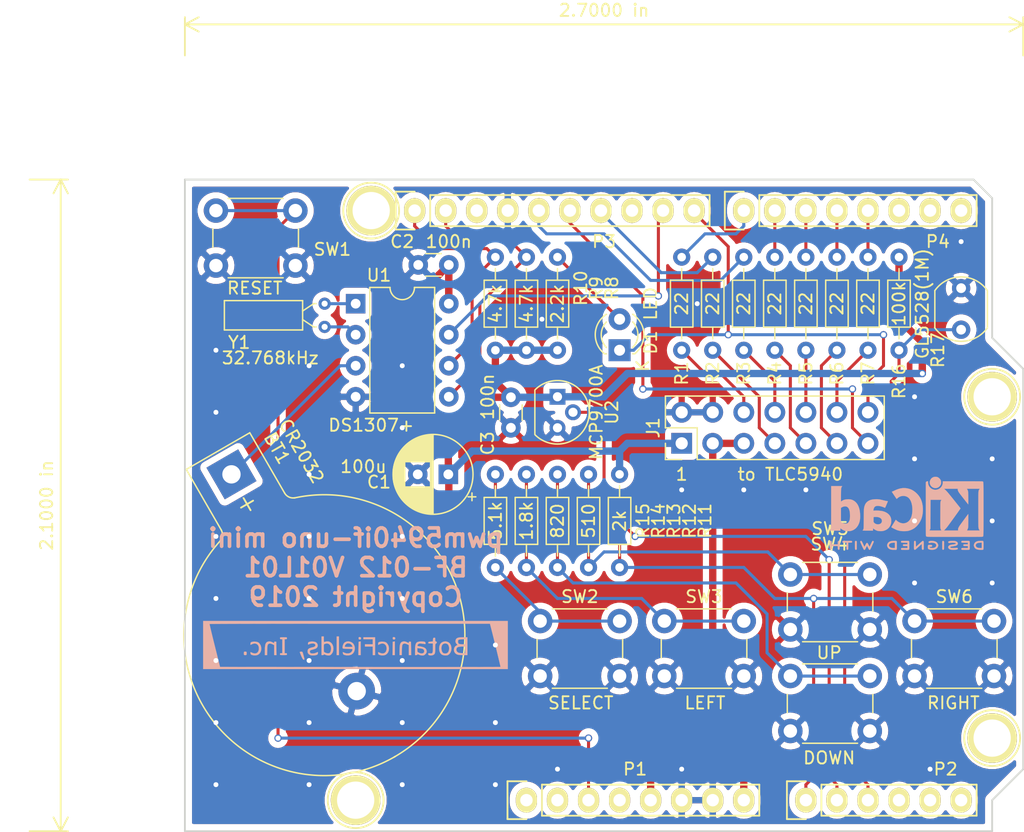
<source format=kicad_pcb>
(kicad_pcb (version 20171130) (host pcbnew "(5.1.4)-1")
  (title_block (title "pwm5940if uno mini") (date 2019-11-10) (rev V01L01) (company "Copyright 2019 BotanicFields, Inc.") (comment 1 BF-012))
  (layers (0 F.Cu signal) (31 B.Cu signal) (34 B.Paste user) (35 F.Paste user) (36 B.SilkS user) (37 F.SilkS user) (38 B.Mask user) (39 F.Mask user) (44 Edge.Cuts user))
  (net 0 "")
  (net 1 /Reset)
  (net 2 +5V)
  (net 3 GND)
  (net 4 /Vin)
  (net 5 /A0)
  (net 6 /A1)
  (net 7 /A2)
  (net 8 "/A4(SDA)")
  (net 9 "/A5(SCL)")
  (net 10 "/9(**)")
  (net 11 /8)
  (net 12 /7)
  (net 13 "/6(**)")
  (net 14 "/5(**)")
  (net 15 /4)
  (net 16 "/3(**)")
  (net 17 "/13(SCK)")
  (net 18 "/12(MISO)")
  (net 19 "Net-(BT1-Pad1)")
  (net 20 "Net-(D1-Pad2)")
  (net 21 /VPRG)
  (net 22 /SIN)
  (net 23 /SCLK)
  (net 24 /XLAT)
  (net 25 /BLANK)
  (net 26 /DCPRG)
  (net 27 /GSCLK)
  (net 28 "/11(**MOSI)")
  (net 29 "Net-(R12-Pad2)")
  (net 30 "Net-(R13-Pad2)")
  (net 31 "Net-(R14-Pad2)")
  (net 32 "Net-(R15-Pad2)")
  (net 33 "Net-(U1-Pad1)")
  (net 34 "Net-(U1-Pad2)")
  (module bf:BF@logo4 (layer B.Cu) (at 124.968 111.125 180)
    (fp_text reference G*** hide)
    (fp_text value LOGO hide)
  )
  (module Symbol:KiCad-Logo2_5mm_SilkScreen (layer B.Cu) (at 170.053 100.33 180)
    (fp_text reference REF** hide)
    (fp_text value KiCad-Logo2_5mm_SilkScreen hide)
  )
  (module Package_TO_SOT_THT:TO-92 (layer F.Cu) (at 141.478 90.805 270)
    (fp_text reference U2 (at 1.27 -4.445 90) (layer F.SilkS))
    (fp_text value MCP9700A (at 1.27 -3.175 90) (layer F.SilkS))
    (pad 2 thru_hole circle (at 1.27 -1.27) (size 1.3 1.3) (drill 0.75) (layers *.Cu *.Mask) (net 6 /A1))
    (pad 3 thru_hole circle (at 2.54 0) (size 1.3 1.3) (drill 0.75) (layers *.Cu *.Mask) (net 3 GND))
    (pad 1 thru_hole rect (at 0 0) (size 1.3 1.3) (drill 0.75) (layers *.Cu *.Mask) (net 2 +5V))
  )
  (module LED_THT:LED_D3.0mm (layer F.Cu) (at 146.558 86.995 90)
    (fp_text reference D1 (at 0.635 2.54 90) (layer F.SilkS))
    (fp_text value LED (at 3.81 2.54 90) (layer F.SilkS))
    (pad 1 thru_hole rect (at 0 0 90) (size 1.8 1.8) (drill 0.9) (layers *.Cu *.Mask) (net 11 /8))
    (pad 2 thru_hole circle (at 2.54 0 90) (size 1.8 1.8) (drill 0.9) (layers *.Cu *.Mask) (net 20 "Net-(D1-Pad2)"))
  )
  (module Connector_PinHeader_2.54mm:PinHeader_2x07_P2.54mm_Vertical (layer F.Cu) (at 151.638 94.615 90)
    (fp_text reference J1 (at 1.27 -2.33 90) (layer F.SilkS))
    (fp_text value Conn_02x07_Odd_Even)
    (pad 1 thru_hole rect (at 0 0 90) (size 1.7 1.7) (drill 1) (layers *.Cu *.Mask) (net 2 +5V))
    (pad 2 thru_hole oval (at 2.54 0 90) (size 1.7 1.7) (drill 1) (layers *.Cu *.Mask) (net 3 GND))
    (pad 3 thru_hole oval (at 0 2.54 90) (size 1.7 1.7) (drill 1) (layers *.Cu *.Mask) (net 4 /Vin))
    (pad 4 thru_hole oval (at 2.54 2.54 90) (size 1.7 1.7) (drill 1) (layers *.Cu *.Mask) (net 3 GND))
    (pad 5 thru_hole oval (at 0 5.08 90) (size 1.7 1.7) (drill 1) (layers *.Cu *.Mask) (net 4 /Vin))
    (pad 6 thru_hole oval (at 2.54 5.08 90) (size 1.7 1.7) (drill 1) (layers *.Cu *.Mask) (net 21 /VPRG))
    (pad 7 thru_hole oval (at 0 7.62 90) (size 1.7 1.7) (drill 1) (layers *.Cu *.Mask) (net 22 /SIN))
    (pad 8 thru_hole oval (at 2.54 7.62 90) (size 1.7 1.7) (drill 1) (layers *.Cu *.Mask) (net 23 /SCLK))
    (pad 9 thru_hole oval (at 0 10.16 90) (size 1.7 1.7) (drill 1) (layers *.Cu *.Mask) (net 24 /XLAT))
    (pad 10 thru_hole oval (at 2.54 10.16 90) (size 1.7 1.7) (drill 1) (layers *.Cu *.Mask) (net 25 /BLANK))
    (pad 11 thru_hole oval (at 0 12.7 90) (size 1.7 1.7) (drill 1) (layers *.Cu *.Mask) (net 26 /DCPRG))
    (pad 12 thru_hole oval (at 2.54 12.7 90) (size 1.7 1.7) (drill 1) (layers *.Cu *.Mask) (net 27 /GSCLK))
    (pad 13 thru_hole oval (at 0 15.24 90) (size 1.7 1.7) (drill 1) (layers *.Cu *.Mask) (net 18 "/12(MISO)"))
    (pad 14 thru_hole oval (at 2.54 15.24 90) (size 1.7 1.7) (drill 1) (layers *.Cu *.Mask) (net 11 /8))
  )
  (module Socket_Arduino_Uno:Socket_Strip_Arduino_1x08 (layer F.Cu) (at 138.938 123.825)
    (fp_text reference P1 (at 8.89 -2.54) (layer F.SilkS))
    (fp_text value Power)
    (pad 1 thru_hole oval (at 0 0) (size 1.7272 2.032) (drill 1.016) (layers *.Cu *.Mask F.SilkS))
    (pad 2 thru_hole oval (at 2.54 0) (size 1.7272 2.032) (drill 1.016) (layers *.Cu *.Mask F.SilkS))
    (pad 3 thru_hole oval (at 5.08 0) (size 1.7272 2.032) (drill 1.016) (layers *.Cu *.Mask F.SilkS) (net 1 /Reset))
    (pad 4 thru_hole oval (at 7.62 0) (size 1.7272 2.032) (drill 1.016) (layers *.Cu *.Mask F.SilkS))
    (pad 5 thru_hole oval (at 10.16 0) (size 1.7272 2.032) (drill 1.016) (layers *.Cu *.Mask F.SilkS) (net 2 +5V))
    (pad 6 thru_hole oval (at 12.7 0) (size 1.7272 2.032) (drill 1.016) (layers *.Cu *.Mask F.SilkS) (net 3 GND))
    (pad 7 thru_hole oval (at 15.24 0) (size 1.7272 2.032) (drill 1.016) (layers *.Cu *.Mask F.SilkS) (net 3 GND))
    (pad 8 thru_hole oval (at 17.78 0) (size 1.7272 2.032) (drill 1.016) (layers *.Cu *.Mask F.SilkS) (net 4 /Vin))
  )
  (module Socket_Arduino_Uno:Socket_Strip_Arduino_1x06 (layer F.Cu) (at 161.798 123.825)
    (fp_text reference P2 (at 11.43 -2.54) (layer F.SilkS))
    (fp_text value Analog)
    (pad 1 thru_hole oval (at 0 0) (size 1.7272 2.032) (drill 1.016) (layers *.Cu *.Mask F.SilkS) (net 5 /A0))
    (pad 2 thru_hole oval (at 2.54 0) (size 1.7272 2.032) (drill 1.016) (layers *.Cu *.Mask F.SilkS) (net 6 /A1))
    (pad 3 thru_hole oval (at 5.08 0) (size 1.7272 2.032) (drill 1.016) (layers *.Cu *.Mask F.SilkS) (net 7 /A2))
    (pad 4 thru_hole oval (at 7.62 0) (size 1.7272 2.032) (drill 1.016) (layers *.Cu *.Mask F.SilkS))
    (pad 5 thru_hole oval (at 10.16 0) (size 1.7272 2.032) (drill 1.016) (layers *.Cu *.Mask F.SilkS))
    (pad 6 thru_hole oval (at 12.7 0) (size 1.7272 2.032) (drill 1.016) (layers *.Cu *.Mask F.SilkS))
  )
  (module Socket_Arduino_Uno:Socket_Strip_Arduino_1x10 (layer F.Cu) (at 129.794 75.565)
    (fp_text reference P3 (at 15.494 2.54) (layer F.SilkS))
    (fp_text value Digital)
    (pad 1 thru_hole oval (at 0 0) (size 1.7272 2.032) (drill 1.016) (layers *.Cu *.Mask F.SilkS) (net 9 "/A5(SCL)"))
    (pad 2 thru_hole oval (at 2.54 0) (size 1.7272 2.032) (drill 1.016) (layers *.Cu *.Mask F.SilkS) (net 8 "/A4(SDA)"))
    (pad 3 thru_hole oval (at 5.08 0) (size 1.7272 2.032) (drill 1.016) (layers *.Cu *.Mask F.SilkS))
    (pad 4 thru_hole oval (at 7.62 0) (size 1.7272 2.032) (drill 1.016) (layers *.Cu *.Mask F.SilkS) (net 3 GND))
    (pad 5 thru_hole oval (at 10.16 0) (size 1.7272 2.032) (drill 1.016) (layers *.Cu *.Mask F.SilkS) (net 17 "/13(SCK)"))
    (pad 6 thru_hole oval (at 12.7 0) (size 1.7272 2.032) (drill 1.016) (layers *.Cu *.Mask F.SilkS) (net 18 "/12(MISO)"))
    (pad 7 thru_hole oval (at 15.24 0) (size 1.7272 2.032) (drill 1.016) (layers *.Cu *.Mask F.SilkS) (net 28 "/11(**MOSI)"))
    (pad 8 thru_hole oval (at 17.78 0) (size 1.7272 2.032) (drill 1.016) (layers *.Cu *.Mask F.SilkS))
    (pad 9 thru_hole oval (at 20.32 0) (size 1.7272 2.032) (drill 1.016) (layers *.Cu *.Mask F.SilkS) (net 10 "/9(**)"))
    (pad 10 thru_hole oval (at 22.86 0) (size 1.7272 2.032) (drill 1.016) (layers *.Cu *.Mask F.SilkS) (net 11 /8))
  )
  (module Socket_Arduino_Uno:Socket_Strip_Arduino_1x08 (layer F.Cu) (at 156.718 75.565)
    (fp_text reference P4 (at 15.875 2.54) (layer F.SilkS))
    (fp_text value Digital)
    (pad 1 thru_hole oval (at 0 0) (size 1.7272 2.032) (drill 1.016) (layers *.Cu *.Mask F.SilkS) (net 12 /7))
    (pad 2 thru_hole oval (at 2.54 0) (size 1.7272 2.032) (drill 1.016) (layers *.Cu *.Mask F.SilkS) (net 13 "/6(**)"))
    (pad 3 thru_hole oval (at 5.08 0) (size 1.7272 2.032) (drill 1.016) (layers *.Cu *.Mask F.SilkS) (net 14 "/5(**)"))
    (pad 4 thru_hole oval (at 7.62 0) (size 1.7272 2.032) (drill 1.016) (layers *.Cu *.Mask F.SilkS) (net 15 /4))
    (pad 5 thru_hole oval (at 10.16 0) (size 1.7272 2.032) (drill 1.016) (layers *.Cu *.Mask F.SilkS) (net 16 "/3(**)"))
    (pad 6 thru_hole oval (at 12.7 0) (size 1.7272 2.032) (drill 1.016) (layers *.Cu *.Mask F.SilkS))
    (pad 7 thru_hole oval (at 15.24 0) (size 1.7272 2.032) (drill 1.016) (layers *.Cu *.Mask F.SilkS))
    (pad 8 thru_hole oval (at 17.78 0) (size 1.7272 2.032) (drill 1.016) (layers *.Cu *.Mask F.SilkS))
  )
  (module Socket_Arduino_Uno:Arduino_1pin (layer F.Cu) (at 124.968 123.825)
    (fp_text reference P5 hide)
    (fp_text value CONN_01X01 hide)
    (pad 1 thru_hole circle (at 0 0) (size 4.064 4.064) (drill 3.048) (layers *.Cu *.Mask F.SilkS))
  )
  (module Socket_Arduino_Uno:Arduino_1pin (layer F.Cu) (at 177.038 118.745)
    (fp_text reference P6 hide)
    (fp_text value CONN_01X01 hide)
    (pad 1 thru_hole circle (at 0 0) (size 4.064 4.064) (drill 3.048) (layers *.Cu *.Mask F.SilkS))
  )
  (module Socket_Arduino_Uno:Arduino_1pin (layer F.Cu) (at 126.238 75.565)
    (fp_text reference P7 hide)
    (fp_text value CONN_01X01 hide)
    (pad 1 thru_hole circle (at 0 0) (size 4.064 4.064) (drill 3.048) (layers *.Cu *.Mask F.SilkS))
  )
  (module Socket_Arduino_Uno:Arduino_1pin (layer F.Cu) (at 177.038 90.805)
    (fp_text reference P8 hide)
    (fp_text value CONN_01X01 hide)
    (pad 1 thru_hole circle (at 0 0) (size 4.064 4.064) (drill 3.048) (layers *.Cu *.Mask F.SilkS))
  )
  (module Capacitor_THT:CP_Radial_D6.3mm_P2.50mm (layer F.Cu) (at 132.548 97.155 180)
    (fp_text reference C1 (at 5.675 -0.635) (layer F.SilkS))
    (fp_text value 100u (at 6.945 0.635) (layer F.SilkS))
    (pad 1 thru_hole rect (at 0 0 180) (size 1.6 1.6) (drill 0.8) (layers *.Cu *.Mask) (net 2 +5V))
    (pad 2 thru_hole circle (at 2.5 0 180) (size 1.6 1.6) (drill 0.8) (layers *.Cu *.Mask) (net 3 GND))
  )
  (module Capacitor_THT:C_Disc_D3.0mm_W1.6mm_P2.50mm (layer F.Cu) (at 132.588 80.01 180)
    (fp_text reference C2 (at 3.81 1.905) (layer F.SilkS))
    (fp_text value 100n (at 0 1.905) (layer F.SilkS))
    (pad 2 thru_hole circle (at 2.5 0 180) (size 1.6 1.6) (drill 0.8) (layers *.Cu *.Mask) (net 3 GND))
    (pad 1 thru_hole circle (at 0 0 180) (size 1.6 1.6) (drill 0.8) (layers *.Cu *.Mask) (net 2 +5V))
  )
  (module Capacitor_THT:C_Disc_D3.0mm_W1.6mm_P2.50mm (layer F.Cu) (at 137.668 90.845 270)
    (fp_text reference C3 (at 3.77 1.905 90) (layer F.SilkS))
    (fp_text value 100n (at -0.04 1.905 90) (layer F.SilkS))
    (pad 1 thru_hole circle (at 0 0 270) (size 1.6 1.6) (drill 0.8) (layers *.Cu *.Mask) (net 2 +5V))
    (pad 2 thru_hole circle (at 2.5 0 270) (size 1.6 1.6) (drill 0.8) (layers *.Cu *.Mask) (net 3 GND))
  )
  (module Resistor_THT:R_Axial_DIN0204_L3.6mm_D1.6mm_P7.62mm_Horizontal (layer F.Cu) (at 151.638 79.375 270)
    (fp_text reference R1 (at 9.525 0 90) (layer F.SilkS))
    (fp_text value 22 (at 3.81 0 90) (layer F.SilkS))
    (pad 1 thru_hole circle (at 0 0 270) (size 1.4 1.4) (drill 0.7) (layers *.Cu *.Mask) (net 12 /7))
    (pad 2 thru_hole oval (at 7.62 0 270) (size 1.4 1.4) (drill 0.7) (layers *.Cu *.Mask) (net 21 /VPRG))
  )
  (module Resistor_THT:R_Axial_DIN0204_L3.6mm_D1.6mm_P7.62mm_Horizontal (layer F.Cu) (at 154.178 79.375 270)
    (fp_text reference R2 (at 9.525 0 90) (layer F.SilkS))
    (fp_text value 22 (at 3.81 0 90) (layer F.SilkS))
    (pad 1 thru_hole circle (at 0 0 270) (size 1.4 1.4) (drill 0.7) (layers *.Cu *.Mask) (net 28 "/11(**MOSI)"))
    (pad 2 thru_hole oval (at 7.62 0 270) (size 1.4 1.4) (drill 0.7) (layers *.Cu *.Mask) (net 22 /SIN))
  )
  (module Resistor_THT:R_Axial_DIN0204_L3.6mm_D1.6mm_P7.62mm_Horizontal (layer F.Cu) (at 156.718 79.375 270)
    (fp_text reference R3 (at 9.525 0 90) (layer F.SilkS))
    (fp_text value 22 (at 3.81 0 90) (layer F.SilkS))
    (pad 2 thru_hole oval (at 7.62 0 270) (size 1.4 1.4) (drill 0.7) (layers *.Cu *.Mask) (net 23 /SCLK))
    (pad 1 thru_hole circle (at 0 0 270) (size 1.4 1.4) (drill 0.7) (layers *.Cu *.Mask) (net 17 "/13(SCK)"))
  )
  (module Resistor_THT:R_Axial_DIN0204_L3.6mm_D1.6mm_P7.62mm_Horizontal (layer F.Cu) (at 159.258 79.375 270)
    (fp_text reference R4 (at 9.525 0 90) (layer F.SilkS))
    (fp_text value 22 (at 3.81 0 90) (layer F.SilkS))
    (pad 1 thru_hole circle (at 0 0 270) (size 1.4 1.4) (drill 0.7) (layers *.Cu *.Mask) (net 13 "/6(**)"))
    (pad 2 thru_hole oval (at 7.62 0 270) (size 1.4 1.4) (drill 0.7) (layers *.Cu *.Mask) (net 24 /XLAT))
  )
  (module Resistor_THT:R_Axial_DIN0204_L3.6mm_D1.6mm_P7.62mm_Horizontal (layer F.Cu) (at 161.798 79.375 270)
    (fp_text reference R5 (at 9.525 0 90) (layer F.SilkS))
    (fp_text value 22 (at 3.81 0 90) (layer F.SilkS))
    (pad 2 thru_hole oval (at 7.62 0 270) (size 1.4 1.4) (drill 0.7) (layers *.Cu *.Mask) (net 25 /BLANK))
    (pad 1 thru_hole circle (at 0 0 270) (size 1.4 1.4) (drill 0.7) (layers *.Cu *.Mask) (net 14 "/5(**)"))
  )
  (module Resistor_THT:R_Axial_DIN0204_L3.6mm_D1.6mm_P7.62mm_Horizontal (layer F.Cu) (at 164.338 79.375 270)
    (fp_text reference R6 (at 9.525 0 90) (layer F.SilkS))
    (fp_text value 22 (at 3.81 0 90) (layer F.SilkS))
    (pad 2 thru_hole oval (at 7.62 0 270) (size 1.4 1.4) (drill 0.7) (layers *.Cu *.Mask) (net 26 /DCPRG))
    (pad 1 thru_hole circle (at 0 0 270) (size 1.4 1.4) (drill 0.7) (layers *.Cu *.Mask) (net 15 /4))
  )
  (module Resistor_THT:R_Axial_DIN0204_L3.6mm_D1.6mm_P7.62mm_Horizontal (layer F.Cu) (at 166.878 79.375 270)
    (fp_text reference R7 (at 9.525 0 90) (layer F.SilkS))
    (fp_text value 22 (at 3.81 0 90) (layer F.SilkS))
    (pad 1 thru_hole circle (at 0 0 270) (size 1.4 1.4) (drill 0.7) (layers *.Cu *.Mask) (net 16 "/3(**)"))
    (pad 2 thru_hole oval (at 7.62 0 270) (size 1.4 1.4) (drill 0.7) (layers *.Cu *.Mask) (net 27 /GSCLK))
  )
  (module Resistor_THT:R_Axial_DIN0204_L3.6mm_D1.6mm_P7.62mm_Horizontal (layer F.Cu) (at 141.478 86.995 90)
    (fp_text reference R8 (at 5.08 4.445 90) (layer F.SilkS))
    (fp_text value 2.2k (at 3.81 0 90) (layer F.SilkS))
    (pad 2 thru_hole oval (at 7.62 0 90) (size 1.4 1.4) (drill 0.7) (layers *.Cu *.Mask) (net 20 "Net-(D1-Pad2)"))
    (pad 1 thru_hole circle (at 0 0 90) (size 1.4 1.4) (drill 0.7) (layers *.Cu *.Mask) (net 2 +5V))
  )
  (module Resistor_THT:R_Axial_DIN0204_L3.6mm_D1.6mm_P7.62mm_Horizontal (layer F.Cu) (at 138.938 86.995 90)
    (fp_text reference R9 (at 5.08 5.715 90) (layer F.SilkS))
    (fp_text value 4.7k (at 3.81 0 90) (layer F.SilkS))
    (pad 1 thru_hole circle (at 0 0 90) (size 1.4 1.4) (drill 0.7) (layers *.Cu *.Mask) (net 2 +5V))
    (pad 2 thru_hole oval (at 7.62 0 90) (size 1.4 1.4) (drill 0.7) (layers *.Cu *.Mask) (net 8 "/A4(SDA)"))
  )
  (module Resistor_THT:R_Axial_DIN0204_L3.6mm_D1.6mm_P7.62mm_Horizontal (layer F.Cu) (at 136.398 86.995 90)
    (fp_text reference R10 (at 5.08 6.985 90) (layer F.SilkS))
    (fp_text value 4.7k (at 3.81 0 90) (layer F.SilkS))
    (pad 2 thru_hole oval (at 7.62 0 90) (size 1.4 1.4) (drill 0.7) (layers *.Cu *.Mask) (net 9 "/A5(SCL)"))
    (pad 1 thru_hole circle (at 0 0 90) (size 1.4 1.4) (drill 0.7) (layers *.Cu *.Mask) (net 2 +5V))
  )
  (module Resistor_THT:R_Axial_DIN0204_L3.6mm_D1.6mm_P7.62mm_Horizontal (layer F.Cu) (at 146.558 97.155 270)
    (fp_text reference R11 (at 3.81 -6.985 90) (layer F.SilkS))
    (fp_text value 2k (at 3.81 0 90) (layer F.SilkS))
    (pad 2 thru_hole oval (at 7.62 0 270) (size 1.4 1.4) (drill 0.7) (layers *.Cu *.Mask) (net 5 /A0))
    (pad 1 thru_hole circle (at 0 0 270) (size 1.4 1.4) (drill 0.7) (layers *.Cu *.Mask) (net 2 +5V))
  )
  (module Resistor_THT:R_Axial_DIN0204_L3.6mm_D1.6mm_P7.62mm_Horizontal (layer F.Cu) (at 144.018 97.155 270)
    (fp_text reference R12 (at 3.81 -8.255 90) (layer F.SilkS))
    (fp_text value 510 (at 3.81 0 90) (layer F.SilkS))
    (pad 1 thru_hole circle (at 0 0 270) (size 1.4 1.4) (drill 0.7) (layers *.Cu *.Mask) (net 5 /A0))
    (pad 2 thru_hole oval (at 7.62 0 270) (size 1.4 1.4) (drill 0.7) (layers *.Cu *.Mask) (net 29 "Net-(R12-Pad2)"))
  )
  (module Resistor_THT:R_Axial_DIN0204_L3.6mm_D1.6mm_P7.62mm_Horizontal (layer F.Cu) (at 141.478 97.155 270)
    (fp_text reference R13 (at 3.81 -9.525 90) (layer F.SilkS))
    (fp_text value 820 (at 3.81 0 90) (layer F.SilkS))
    (pad 2 thru_hole oval (at 7.62 0 270) (size 1.4 1.4) (drill 0.7) (layers *.Cu *.Mask) (net 30 "Net-(R13-Pad2)"))
    (pad 1 thru_hole circle (at 0 0 270) (size 1.4 1.4) (drill 0.7) (layers *.Cu *.Mask) (net 29 "Net-(R12-Pad2)"))
  )
  (module Resistor_THT:R_Axial_DIN0204_L3.6mm_D1.6mm_P7.62mm_Horizontal (layer F.Cu) (at 138.938 97.155 270)
    (fp_text reference R14 (at 3.81 -10.795 90) (layer F.SilkS))
    (fp_text value 1.8k (at 3.81 0 90) (layer F.SilkS))
    (pad 1 thru_hole circle (at 0 0 270) (size 1.4 1.4) (drill 0.7) (layers *.Cu *.Mask) (net 30 "Net-(R13-Pad2)"))
    (pad 2 thru_hole oval (at 7.62 0 270) (size 1.4 1.4) (drill 0.7) (layers *.Cu *.Mask) (net 31 "Net-(R14-Pad2)"))
  )
  (module Resistor_THT:R_Axial_DIN0204_L3.6mm_D1.6mm_P7.62mm_Horizontal (layer F.Cu) (at 136.398 97.155 270)
    (fp_text reference R15 (at 3.81 -12.065 90) (layer F.SilkS))
    (fp_text value 5.1k (at 3.81 0 90) (layer F.SilkS))
    (pad 2 thru_hole oval (at 7.62 0 270) (size 1.4 1.4) (drill 0.7) (layers *.Cu *.Mask) (net 32 "Net-(R15-Pad2)"))
    (pad 1 thru_hole circle (at 0 0 270) (size 1.4 1.4) (drill 0.7) (layers *.Cu *.Mask) (net 31 "Net-(R14-Pad2)"))
  )
  (module Resistor_THT:R_Axial_DIN0204_L3.6mm_D1.6mm_P7.62mm_Horizontal (layer F.Cu) (at 169.418 79.375 270)
    (fp_text reference R16 (at 10.16 0 90) (layer F.SilkS))
    (fp_text value 100k (at 3.81 0 90) (layer F.SilkS))
    (pad 1 thru_hole circle (at 0 0 270) (size 1.4 1.4) (drill 0.7) (layers *.Cu *.Mask) (net 2 +5V))
    (pad 2 thru_hole oval (at 7.62 0 270) (size 1.4 1.4) (drill 0.7) (layers *.Cu *.Mask) (net 7 /A2))
  )
  (module OptoDevice:R_LDR_5.1x4.3mm_P3.4mm_Vertical (layer F.Cu) (at 174.498 85.315 90)
    (fp_text reference R17 (at -1.68 -1.905 90) (layer F.SilkS))
    (fp_text value "GL5528(1M)" (at 2.13 -3.175 90) (layer F.SilkS))
    (pad 1 thru_hole circle (at 0 0 90) (size 1.5 1.5) (drill 0.8) (layers *.Cu *.Mask) (net 7 /A2))
    (pad 2 thru_hole circle (at 3.4 0 90) (size 1.5 1.5) (drill 0.8) (layers *.Cu *.Mask) (net 3 GND))
  )
  (module Button_Switch_THT:SW_PUSH_6mm (layer F.Cu) (at 113.538 75.565)
    (fp_text reference SW1 (at 9.525 3.175) (layer F.SilkS))
    (fp_text value RESET (at 3.175 6.35) (layer F.SilkS))
    (pad 1 thru_hole circle (at 6.5 0 90) (size 2 2) (drill 1.1) (layers *.Cu *.Mask) (net 1 /Reset))
    (pad 2 thru_hole circle (at 6.5 4.5 90) (size 2 2) (drill 1.1) (layers *.Cu *.Mask) (net 3 GND))
    (pad 1 thru_hole circle (at 0 0 90) (size 2 2) (drill 1.1) (layers *.Cu *.Mask) (net 1 /Reset))
    (pad 2 thru_hole circle (at 0 4.5 90) (size 2 2) (drill 1.1) (layers *.Cu *.Mask) (net 3 GND))
  )
  (module Button_Switch_THT:SW_PUSH_6mm (layer F.Cu) (at 140.058 109.165)
    (fp_text reference SW2 (at 3.25 -2) (layer F.SilkS))
    (fp_text value SELECT (at 3.325 6.7) (layer F.SilkS))
    (pad 2 thru_hole circle (at 0 4.5 90) (size 2 2) (drill 1.1) (layers *.Cu *.Mask) (net 3 GND))
    (pad 1 thru_hole circle (at 0 0 90) (size 2 2) (drill 1.1) (layers *.Cu *.Mask) (net 32 "Net-(R15-Pad2)"))
    (pad 2 thru_hole circle (at 6.5 4.5 90) (size 2 2) (drill 1.1) (layers *.Cu *.Mask) (net 3 GND))
    (pad 1 thru_hole circle (at 6.5 0 90) (size 2 2) (drill 1.1) (layers *.Cu *.Mask) (net 32 "Net-(R15-Pad2)"))
  )
  (module Button_Switch_THT:SW_PUSH_6mm (layer F.Cu) (at 150.218 109.165)
    (fp_text reference SW3 (at 3.25 -2) (layer F.SilkS))
    (fp_text value LEFT (at 3.325 6.7) (layer F.SilkS))
    (pad 1 thru_hole circle (at 6.5 0 90) (size 2 2) (drill 1.1) (layers *.Cu *.Mask) (net 31 "Net-(R14-Pad2)"))
    (pad 2 thru_hole circle (at 6.5 4.5 90) (size 2 2) (drill 1.1) (layers *.Cu *.Mask) (net 3 GND))
    (pad 1 thru_hole circle (at 0 0 90) (size 2 2) (drill 1.1) (layers *.Cu *.Mask) (net 31 "Net-(R14-Pad2)"))
    (pad 2 thru_hole circle (at 0 4.5 90) (size 2 2) (drill 1.1) (layers *.Cu *.Mask) (net 3 GND))
  )
  (module Button_Switch_THT:SW_PUSH_6mm (layer F.Cu) (at 160.528 113.665)
    (fp_text reference SW4 (at 3.175 -10.795) (layer F.SilkS))
    (fp_text value DOWN (at 3.175 6.7) (layer F.SilkS))
    (pad 2 thru_hole circle (at 0 4.5 90) (size 2 2) (drill 1.1) (layers *.Cu *.Mask) (net 3 GND))
    (pad 1 thru_hole circle (at 0 0 90) (size 2 2) (drill 1.1) (layers *.Cu *.Mask) (net 30 "Net-(R13-Pad2)"))
    (pad 2 thru_hole circle (at 6.5 4.5 90) (size 2 2) (drill 1.1) (layers *.Cu *.Mask) (net 3 GND))
    (pad 1 thru_hole circle (at 6.5 0 90) (size 2 2) (drill 1.1) (layers *.Cu *.Mask) (net 30 "Net-(R13-Pad2)"))
  )
  (module Button_Switch_THT:SW_PUSH_6mm (layer F.Cu) (at 160.528 105.355)
    (fp_text reference SW5 (at 3.25 -3.755) (layer F.SilkS))
    (fp_text value UP (at 3.175 6.405) (layer F.SilkS))
    (pad 1 thru_hole circle (at 6.5 0 90) (size 2 2) (drill 1.1) (layers *.Cu *.Mask) (net 29 "Net-(R12-Pad2)"))
    (pad 2 thru_hole circle (at 6.5 4.5 90) (size 2 2) (drill 1.1) (layers *.Cu *.Mask) (net 3 GND))
    (pad 1 thru_hole circle (at 0 0 90) (size 2 2) (drill 1.1) (layers *.Cu *.Mask) (net 29 "Net-(R12-Pad2)"))
    (pad 2 thru_hole circle (at 0 4.5 90) (size 2 2) (drill 1.1) (layers *.Cu *.Mask) (net 3 GND))
  )
  (module Button_Switch_THT:SW_PUSH_6mm (layer F.Cu) (at 170.688 109.165)
    (fp_text reference SW6 (at 3.25 -2) (layer F.SilkS))
    (fp_text value RIGHT (at 3.175 6.7) (layer F.SilkS))
    (pad 2 thru_hole circle (at 0 4.5 90) (size 2 2) (drill 1.1) (layers *.Cu *.Mask) (net 3 GND))
    (pad 1 thru_hole circle (at 0 0 90) (size 2 2) (drill 1.1) (layers *.Cu *.Mask) (net 5 /A0))
    (pad 2 thru_hole circle (at 6.5 4.5 90) (size 2 2) (drill 1.1) (layers *.Cu *.Mask) (net 3 GND))
    (pad 1 thru_hole circle (at 6.5 0 90) (size 2 2) (drill 1.1) (layers *.Cu *.Mask) (net 5 /A0))
  )
  (module Package_DIP:DIP-8_W7.62mm (layer F.Cu) (at 124.968 83.185)
    (fp_text reference U1 (at 1.905 -2.33) (layer F.SilkS))
    (fp_text value DS1307+ (at 1.27 9.95) (layer F.SilkS))
    (pad 1 thru_hole rect (at 0 0) (size 1.6 1.6) (drill 0.8) (layers *.Cu *.Mask) (net 33 "Net-(U1-Pad1)"))
    (pad 5 thru_hole oval (at 7.62 7.62) (size 1.6 1.6) (drill 0.8) (layers *.Cu *.Mask) (net 8 "/A4(SDA)"))
    (pad 2 thru_hole oval (at 0 2.54) (size 1.6 1.6) (drill 0.8) (layers *.Cu *.Mask) (net 34 "Net-(U1-Pad2)"))
    (pad 6 thru_hole oval (at 7.62 5.08) (size 1.6 1.6) (drill 0.8) (layers *.Cu *.Mask) (net 9 "/A5(SCL)"))
    (pad 3 thru_hole oval (at 0 5.08) (size 1.6 1.6) (drill 0.8) (layers *.Cu *.Mask) (net 19 "Net-(BT1-Pad1)"))
    (pad 7 thru_hole oval (at 7.62 2.54) (size 1.6 1.6) (drill 0.8) (layers *.Cu *.Mask) (net 10 "/9(**)"))
    (pad 4 thru_hole oval (at 0 7.62) (size 1.6 1.6) (drill 0.8) (layers *.Cu *.Mask) (net 3 GND))
    (pad 8 thru_hole oval (at 7.62 0) (size 1.6 1.6) (drill 0.8) (layers *.Cu *.Mask) (net 2 +5V))
  )
  (module Crystal:Crystal_DS26_D2.0mm_L6.0mm_Horizontal (layer F.Cu) (at 122.428 83.185 270)
    (fp_text reference Y1 (at 3.175 6.985) (layer F.SilkS))
    (fp_text value 32.768kHz (at 4.445 4.445) (layer F.SilkS))
    (pad 1 thru_hole circle (at 0 0 270) (size 1 1) (drill 0.5) (layers *.Cu *.Mask) (net 33 "Net-(U1-Pad1)"))
    (pad 2 thru_hole circle (at 1.9 0 270) (size 1 1) (drill 0.5) (layers *.Cu *.Mask) (net 34 "Net-(U1-Pad2)"))
  )
  (module bf:BF@BatteryHolder_Keystone_103_1x20mm (layer F.Cu) (at 114.808 97.155 300)
    (fp_text reference BT1 (at 0 -4.3 120) (layer F.SilkS))
    (fp_text value CR2032 (at 1.207722 -5.901835 120) (layer F.SilkS))
    (fp_text user + (at 2.75 0 120) (layer F.SilkS) (effects (font (size 1.5 1.5))))
    (pad 2 thru_hole circle (at 20.49 0 300) (size 3 3) (drill 1.5) (layers *.Cu *.Mask) (net 3 GND))
    (pad 1 thru_hole rect (at 0 0 300) (size 3 3) (drill 1.5) (layers *.Cu *.Mask) (net 19 "Net-(BT1-Pad1)"))
  )
  (gr_text "to TLC5940" (at 160.528 97.155) (layer F.SilkS) (effects (font (size 1 1))))
  (dimension 68.58 (width 0.15) (layer F.SilkS) (gr_text "68.580 mm" (at 145.288 59.025) (layer F.SilkS) (effects (font (size 1 1) (thickness 0.15)))) (feature1 (pts (xy 179.578 62.865) (xy 179.578 59.738579))) (feature2 (pts (xy 110.998 62.865) (xy 110.998 59.738579))) (crossbar (pts (xy 110.998 60.325) (xy 179.578 60.325))) (arrow1a (pts (xy 179.578 60.325) (xy 178.451496 60.911421))) (arrow1b (pts (xy 179.578 60.325) (xy 178.451496 59.738579))) (arrow2a (pts (xy 110.998 60.325) (xy 112.124504 60.911421))) (arrow2b (pts (xy 110.998 60.325) (xy 112.124504 59.738579))))
  (dimension 53.34 (width 0.15) (layer F.SilkS) (gr_text "53.340 mm" (at 102.138 99.695 270) (layer F.SilkS) (effects (font (size 1 1) (thickness 0.15)))) (feature1 (pts (xy 98.298 126.365) (xy 101.424421 126.365))) (feature2 (pts (xy 98.298 73.025) (xy 101.424421 73.025))) (crossbar (pts (xy 100.838 73.025) (xy 100.838 126.365))) (arrow1a (pts (xy 100.838 126.365) (xy 100.251579 125.238496))) (arrow1b (pts (xy 100.838 126.365) (xy 101.424421 125.238496))) (arrow2a (pts (xy 100.838 73.025) (xy 100.251579 74.151504))) (arrow2b (pts (xy 100.838 73.025) (xy 101.424421 74.151504))))
  (gr_text "pwm5940if-uno mini\nBF-012 V01L01\nCopyright 2019\n" (at 124.968 104.775) (layer B.SilkS) (effects (font (size 1.5 1.5) (thickness 0.3)) (justify mirror)))
  (gr_text 1 (at 151.638 97.155) (layer F.SilkS) (effects (font (size 1 1))))
  (gr_text K (at 148.463 88.265 90) (layer F.SilkS) (effects (font (size 1 1))))
  (gr_line (start 177.038 74.549) (end 175.514 73.025) (angle 90) (layer Edge.Cuts) (width 0.15))
  (gr_line (start 177.038 85.979) (end 177.038 74.549) (angle 90) (layer Edge.Cuts) (width 0.15))
  (gr_line (start 179.578 88.519) (end 177.038 85.979) (angle 90) (layer Edge.Cuts) (width 0.15))
  (gr_line (start 179.578 121.285) (end 179.578 88.519) (angle 90) (layer Edge.Cuts) (width 0.15))
  (gr_line (start 177.038 123.825) (end 179.578 121.285) (angle 90) (layer Edge.Cuts) (width 0.15))
  (gr_line (start 177.038 126.365) (end 177.038 123.825) (angle 90) (layer Edge.Cuts) (width 0.15))
  (gr_line (start 110.998 126.365) (end 177.038 126.365) (angle 90) (layer Edge.Cuts) (width 0.15))
  (gr_line (start 110.998 73.025) (end 110.998 126.365) (angle 90) (layer Edge.Cuts) (width 0.15))
  (gr_line (start 175.514 73.025) (end 110.998 73.025) (angle 90) (layer Edge.Cuts) (width 0.15))
  (segment (start 144.018 123.825) (end 144.018 123.6726) (width 0.25) (layer F.Cu) (net 1))
  (segment (start 144.018 123.6726) (end 144.018 118.745) (width 0.25) (layer F.Cu) (net 1))
  (via (at 144.018 118.745) (size 0.6) (drill 0.4) (layers F.Cu B.Cu) (net 1))
  (segment (start 144.018 118.745) (end 118.618 118.745) (width 0.25) (layer B.Cu) (net 1))
  (via (at 118.618 118.745) (size 0.6) (drill 0.4) (layers F.Cu B.Cu) (net 1))
  (segment (start 118.618 76.985) (end 120.038 75.565) (width 0.25) (layer F.Cu) (net 1))
  (segment (start 118.618 118.745) (end 118.618 76.985) (width 0.25) (layer F.Cu) (net 1))
  (segment (start 113.538 75.565) (end 120.038 75.565) (width 0.25) (layer B.Cu) (net 1))
  (segment (start 136.398 86.995) (end 138.938 86.995) (width 0.6) (layer B.Cu) (net 2))
  (segment (start 138.938 86.995) (end 141.478 86.995) (width 0.6) (layer B.Cu) (net 2))
  (segment (start 141.438 90.845) (end 141.478 90.805) (width 0.6) (layer B.Cu) (net 2))
  (segment (start 137.668 90.845) (end 141.438 90.845) (width 0.6) (layer B.Cu) (net 2))
  (segment (start 132.548 97.155) (end 132.588 97.155) (width 0.6) (layer B.Cu) (net 2))
  (segment (start 134.493 95.25) (end 144.653 95.25) (width 0.6) (layer B.Cu) (net 2))
  (segment (start 132.588 97.155) (end 134.493 95.25) (width 0.6) (layer B.Cu) (net 2))
  (segment (start 132.548 93.305) (end 130.683 91.44) (width 0.6) (layer F.Cu) (net 2))
  (segment (start 132.548 97.155) (end 132.548 93.305) (width 0.6) (layer F.Cu) (net 2))
  (segment (start 135.008 90.845) (end 133.818 92.035) (width 0.6) (layer F.Cu) (net 2))
  (segment (start 137.668 90.845) (end 135.008 90.845) (width 0.6) (layer F.Cu) (net 2))
  (segment (start 133.818 92.035) (end 132.548 93.305) (width 0.6) (layer F.Cu) (net 2))
  (segment (start 136.398 89.575) (end 137.668 90.845) (width 0.6) (layer F.Cu) (net 2))
  (segment (start 136.398 86.995) (end 136.398 89.575) (width 0.6) (layer F.Cu) (net 2))
  (segment (start 144.653 95.25) (end 146.558 95.25) (width 0.6) (layer B.Cu) (net 2))
  (segment (start 147.193 94.615) (end 151.638 94.615) (width 0.6) (layer B.Cu) (net 2))
  (segment (start 146.558 95.25) (end 147.193 94.615) (width 0.6) (layer B.Cu) (net 2))
  (segment (start 146.558 95.25) (end 146.558 97.155) (width 0.6) (layer B.Cu) (net 2))
  (segment (start 141.478 90.805) (end 145.288 90.805) (width 0.6) (layer B.Cu) (net 2))
  (segment (start 147.193 88.9) (end 171.323 88.9) (width 0.6) (layer B.Cu) (net 2))
  (segment (start 145.288 90.805) (end 147.193 88.9) (width 0.6) (layer B.Cu) (net 2))
  (via (at 171.323 88.9) (size 0.6) (drill 0.4) (layers F.Cu B.Cu) (net 2))
  (segment (start 132.588 110.49) (end 138.303 116.205) (width 0.6) (layer F.Cu) (net 2))
  (segment (start 132.588 97.195) (end 132.588 110.49) (width 0.6) (layer F.Cu) (net 2))
  (segment (start 132.548 97.155) (end 132.588 97.195) (width 0.6) (layer F.Cu) (net 2))
  (segment (start 138.303 116.205) (end 143.383 116.205) (width 0.6) (layer F.Cu) (net 2))
  (segment (start 143.383 116.205) (end 149.098 121.92) (width 0.6) (layer F.Cu) (net 2))
  (segment (start 149.098 121.92) (end 149.098 123.825) (width 0.6) (layer F.Cu) (net 2))
  (segment (start 171.323 88.475736) (end 171.323 88.9) (width 0.6) (layer F.Cu) (net 2))
  (segment (start 171.323 86.36) (end 171.323 88.475736) (width 0.6) (layer F.Cu) (net 2))
  (segment (start 169.418 84.455) (end 171.323 86.36) (width 0.6) (layer F.Cu) (net 2))
  (segment (start 169.418 79.375) (end 169.418 84.455) (width 0.6) (layer F.Cu) (net 2))
  (segment (start 130.683 91.44) (end 130.683 82.55) (width 0.6) (layer F.Cu) (net 2))
  (segment (start 132.588 80.645) (end 132.588 83.185) (width 0.6) (layer F.Cu) (net 2))
  (segment (start 132.588 80.01) (end 132.588 83.185) (width 0.6) (layer F.Cu) (net 2))
  (segment (start 131.788001 80.809999) (end 130.683 81.915) (width 0.6) (layer F.Cu) (net 2))
  (segment (start 132.588 80.01) (end 131.788001 80.809999) (width 0.6) (layer F.Cu) (net 2))
  (segment (start 130.683 82.55) (end 130.683 81.915) (width 0.6) (layer F.Cu) (net 2))
  (via (at 156.718 98.425) (size 0.6) (drill 0.4) (layers F.Cu B.Cu) (net 3))
  (via (at 177.038 100.965) (size 0.6) (drill 0.4) (layers F.Cu B.Cu) (net 3))
  (via (at 177.038 106.045) (size 0.6) (drill 0.4) (layers F.Cu B.Cu) (net 3))
  (via (at 170.688 106.045) (size 0.6) (drill 0.4) (layers F.Cu B.Cu) (net 3))
  (via (at 170.688 100.965) (size 0.6) (drill 0.4) (layers F.Cu B.Cu) (net 3))
  (via (at 161.798 98.425) (size 0.6) (drill 0.4) (layers F.Cu B.Cu) (net 3))
  (via (at 170.688 95.885) (size 0.6) (drill 0.4) (layers F.Cu B.Cu) (net 3))
  (via (at 151.638 98.425) (size 0.6) (drill 0.4) (layers F.Cu B.Cu) (net 3))
  (via (at 174.498 78.105) (size 0.6) (drill 0.4) (layers F.Cu B.Cu) (net 3))
  (via (at 177.038 95.885) (size 0.6) (drill 0.4) (layers F.Cu B.Cu) (net 3))
  (via (at 170.688 90.805) (size 0.6) (drill 0.4) (layers F.Cu B.Cu) (net 3))
  (via (at 171.958 121.285) (size 0.6) (drill 0.4) (layers F.Cu B.Cu) (net 3))
  (via (at 151.638 121.285) (size 0.6) (drill 0.4) (layers F.Cu B.Cu) (net 3))
  (via (at 141.478 121.285) (size 0.6) (drill 0.4) (layers F.Cu B.Cu) (net 3))
  (via (at 136.398 122.555) (size 0.6) (drill 0.4) (layers F.Cu B.Cu) (net 3))
  (via (at 128.778 122.555) (size 0.6) (drill 0.4) (layers F.Cu B.Cu) (net 3))
  (via (at 121.158 122.555) (size 0.6) (drill 0.4) (layers F.Cu B.Cu) (net 3))
  (via (at 113.538 122.555) (size 0.6) (drill 0.4) (layers F.Cu B.Cu) (net 3))
  (via (at 113.538 117.475) (size 0.6) (drill 0.4) (layers F.Cu B.Cu) (net 3))
  (via (at 113.538 112.395) (size 0.6) (drill 0.4) (layers F.Cu B.Cu) (net 3))
  (via (at 113.538 107.315) (size 0.6) (drill 0.4) (layers F.Cu B.Cu) (net 3))
  (via (at 113.538 102.235) (size 0.6) (drill 0.4) (layers F.Cu B.Cu) (net 3))
  (via (at 121.158 102.235) (size 0.6) (drill 0.4) (layers F.Cu B.Cu) (net 3))
  (via (at 128.778 102.235) (size 0.6) (drill 0.4) (layers F.Cu B.Cu) (net 3))
  (via (at 128.778 107.315) (size 0.6) (drill 0.4) (layers F.Cu B.Cu) (net 3))
  (via (at 121.158 107.315) (size 0.6) (drill 0.4) (layers F.Cu B.Cu) (net 3))
  (via (at 121.158 112.395) (size 0.6) (drill 0.4) (layers F.Cu B.Cu) (net 3))
  (via (at 128.778 112.395) (size 0.6) (drill 0.4) (layers F.Cu B.Cu) (net 3))
  (via (at 121.158 117.475) (size 0.6) (drill 0.4) (layers F.Cu B.Cu) (net 3))
  (via (at 128.778 117.475) (size 0.6) (drill 0.4) (layers F.Cu B.Cu) (net 3))
  (via (at 136.398 117.475) (size 0.6) (drill 0.4) (layers F.Cu B.Cu) (net 3))
  (via (at 136.398 111.125) (size 0.6) (drill 0.4) (layers F.Cu B.Cu) (net 3))
  (via (at 113.538 92.075) (size 0.6) (drill 0.4) (layers F.Cu B.Cu) (net 3))
  (via (at 113.538 86.995) (size 0.6) (drill 0.4) (layers F.Cu B.Cu) (net 3))
  (via (at 128.778 93.345) (size 0.6) (drill 0.4) (layers F.Cu B.Cu) (net 3))
  (via (at 128.778 88.265) (size 0.6) (drill 0.4) (layers F.Cu B.Cu) (net 3))
  (via (at 140.208 84.455) (size 0.6) (drill 0.4) (layers F.Cu B.Cu) (net 3))
  (via (at 152.908 83.185) (size 0.6) (drill 0.4) (layers F.Cu B.Cu) (net 3))
  (via (at 121.158 97.155) (size 0.6) (drill 0.4) (layers F.Cu B.Cu) (net 3))
  (via (at 121.158 88.265) (size 0.6) (drill 0.4) (layers F.Cu B.Cu) (net 3))
  (segment (start 154.178 94.615) (end 156.718 94.615) (width 0.6) (layer F.Cu) (net 4))
  (segment (start 156.718 121.92) (end 156.718 123.825) (width 0.6) (layer F.Cu) (net 4))
  (segment (start 154.813 120.015) (end 156.718 121.92) (width 0.6) (layer F.Cu) (net 4))
  (segment (start 154.178 119.38) (end 154.813 120.015) (width 0.6) (layer F.Cu) (net 4))
  (segment (start 154.178 94.615) (end 154.178 119.38) (width 0.6) (layer F.Cu) (net 4))
  (segment (start 144.018 97.155) (end 144.018 99.695) (width 0.25) (layer F.Cu) (net 5))
  (segment (start 146.558 102.235) (end 146.558 104.775) (width 0.25) (layer F.Cu) (net 5))
  (segment (start 144.018 99.695) (end 146.558 102.235) (width 0.25) (layer F.Cu) (net 5))
  (segment (start 170.688 109.165) (end 177.188 109.165) (width 0.25) (layer B.Cu) (net 5))
  (segment (start 162.433 107.315) (end 162.433 121.924) (width 0.25) (layer F.Cu) (net 5))
  (segment (start 162.433 121.924) (end 161.798 122.559) (width 0.25) (layer F.Cu) (net 5))
  (segment (start 161.798 122.559) (end 161.798 123.825) (width 0.25) (layer F.Cu) (net 5))
  (via (at 162.433 107.315) (size 0.6) (drill 0.4) (layers F.Cu B.Cu) (net 5))
  (segment (start 156.718 104.775) (end 146.558 104.775) (width 0.25) (layer B.Cu) (net 5))
  (segment (start 159.258 107.315) (end 156.718 104.775) (width 0.25) (layer B.Cu) (net 5))
  (segment (start 162.433 107.315) (end 159.258 107.315) (width 0.25) (layer B.Cu) (net 5))
  (segment (start 168.838 107.315) (end 170.688 109.165) (width 0.25) (layer B.Cu) (net 5))
  (segment (start 162.433 107.315) (end 168.838 107.315) (width 0.25) (layer B.Cu) (net 5))
  (segment (start 144.018 92.075) (end 142.748 92.075) (width 0.25) (layer F.Cu) (net 6))
  (segment (start 145.288 93.345) (end 145.288 99.695) (width 0.25) (layer F.Cu) (net 6))
  (segment (start 145.288 93.345) (end 144.018 92.075) (width 0.25) (layer F.Cu) (net 6))
  (segment (start 145.288 99.695) (end 147.828 102.235) (width 0.25) (layer F.Cu) (net 6))
  (via (at 147.828 102.235) (size 0.6) (drill 0.4) (layers F.Cu B.Cu) (net 6))
  (segment (start 163.703 104.14) (end 163.703 121.924) (width 0.25) (layer F.Cu) (net 6))
  (segment (start 163.703 121.924) (end 164.338 122.559) (width 0.25) (layer F.Cu) (net 6))
  (segment (start 164.338 122.559) (end 164.338 123.825) (width 0.25) (layer F.Cu) (net 6))
  (via (at 163.703 104.14) (size 0.6) (drill 0.4) (layers F.Cu B.Cu) (net 6))
  (segment (start 161.798 102.235) (end 163.703 104.14) (width 0.25) (layer B.Cu) (net 6))
  (segment (start 147.828 102.235) (end 161.798 102.235) (width 0.25) (layer B.Cu) (net 6))
  (segment (start 171.098 85.315) (end 169.418 86.995) (width 0.25) (layer B.Cu) (net 7))
  (segment (start 174.498 85.315) (end 171.098 85.315) (width 0.25) (layer B.Cu) (net 7))
  (segment (start 169.418 88.9) (end 169.418 86.995) (width 0.25) (layer F.Cu) (net 7))
  (segment (start 166.878 123.825) (end 166.878 122.559) (width 0.25) (layer F.Cu) (net 7))
  (segment (start 166.878 122.559) (end 164.973 120.654) (width 0.25) (layer F.Cu) (net 7))
  (segment (start 164.973 120.654) (end 164.973 99.06) (width 0.25) (layer F.Cu) (net 7))
  (segment (start 164.973 99.06) (end 168.783 95.25) (width 0.25) (layer F.Cu) (net 7))
  (segment (start 168.783 95.25) (end 168.783 89.535) (width 0.25) (layer F.Cu) (net 7))
  (segment (start 168.783 89.535) (end 169.418 88.9) (width 0.25) (layer F.Cu) (net 7))
  (segment (start 135.128 88.265) (end 132.588 90.805) (width 0.25) (layer F.Cu) (net 8))
  (segment (start 135.128 83.185) (end 135.128 88.265) (width 0.25) (layer F.Cu) (net 8))
  (segment (start 138.938 79.375) (end 135.128 83.185) (width 0.25) (layer F.Cu) (net 8))
  (segment (start 132.973 77.47) (end 137.033 77.47) (width 0.25) (layer F.Cu) (net 8))
  (segment (start 132.334 76.831) (end 132.973 77.47) (width 0.25) (layer F.Cu) (net 8))
  (segment (start 132.334 75.565) (end 132.334 76.831) (width 0.25) (layer F.Cu) (net 8))
  (segment (start 138.938 79.375) (end 137.033 77.47) (width 0.25) (layer F.Cu) (net 8))
  (segment (start 132.588 88.265) (end 134.493 86.36) (width 0.25) (layer F.Cu) (net 9))
  (segment (start 134.493 81.28) (end 136.398 79.375) (width 0.25) (layer F.Cu) (net 9))
  (segment (start 134.493 86.36) (end 134.493 81.28) (width 0.25) (layer F.Cu) (net 9))
  (segment (start 129.794 76.831) (end 129.794 75.565) (width 0.25) (layer F.Cu) (net 9))
  (segment (start 131.638001 78.675001) (end 129.794 76.831) (width 0.25) (layer F.Cu) (net 9))
  (segment (start 135.698001 78.675001) (end 131.638001 78.675001) (width 0.25) (layer F.Cu) (net 9))
  (segment (start 136.398 79.375) (end 135.698001 78.675001) (width 0.25) (layer F.Cu) (net 9))
  (via (at 149.733 82.55) (size 0.6) (drill 0.4) (layers F.Cu B.Cu) (net 10))
  (segment (start 135.763 82.55) (end 132.588 85.725) (width 0.25) (layer B.Cu) (net 10))
  (segment (start 149.733 82.55) (end 135.763 82.55) (width 0.25) (layer B.Cu) (net 10))
  (segment (start 149.733 75.946) (end 150.114 75.565) (width 0.25) (layer F.Cu) (net 10))
  (segment (start 149.733 82.55) (end 149.733 75.946) (width 0.25) (layer F.Cu) (net 10))
  (via (at 168.148 85.725) (size 0.6) (drill 0.4) (layers F.Cu B.Cu) (net 11))
  (segment (start 166.878 89.535) (end 166.878 92.075) (width 0.25) (layer F.Cu) (net 11))
  (segment (start 168.148 88.265) (end 166.878 89.535) (width 0.25) (layer F.Cu) (net 11))
  (segment (start 168.148 85.725) (end 168.148 88.265) (width 0.25) (layer F.Cu) (net 11))
  (segment (start 155.448 85.725) (end 155.448 78.5114) (width 0.25) (layer F.Cu) (net 11))
  (segment (start 155.448 78.5114) (end 152.654 75.7174) (width 0.25) (layer F.Cu) (net 11))
  (segment (start 152.654 75.7174) (end 152.654 75.565) (width 0.25) (layer F.Cu) (net 11))
  (via (at 155.448 85.725) (size 0.6) (drill 0.4) (layers F.Cu B.Cu) (net 11))
  (segment (start 155.448 85.725) (end 168.148 85.725) (width 0.25) (layer B.Cu) (net 11))
  (segment (start 148.978 85.725) (end 149.733 85.725) (width 0.25) (layer B.Cu) (net 11))
  (segment (start 147.708 86.995) (end 148.978 85.725) (width 0.25) (layer B.Cu) (net 11))
  (segment (start 146.558 86.995) (end 147.708 86.995) (width 0.25) (layer B.Cu) (net 11))
  (segment (start 155.448 85.725) (end 149.733 85.725) (width 0.25) (layer B.Cu) (net 11))
  (segment (start 156.718 76.831) (end 156.079 77.47) (width 0.25) (layer B.Cu) (net 12))
  (segment (start 156.718 75.565) (end 156.718 76.831) (width 0.25) (layer B.Cu) (net 12))
  (segment (start 153.543 77.47) (end 152.908 78.105) (width 0.25) (layer B.Cu) (net 12))
  (segment (start 156.079 77.47) (end 153.543 77.47) (width 0.25) (layer B.Cu) (net 12))
  (segment (start 151.638 79.375) (end 152.908 78.105) (width 0.25) (layer B.Cu) (net 12))
  (segment (start 159.258 75.565) (end 159.258 79.375) (width 0.25) (layer F.Cu) (net 13))
  (segment (start 161.798 75.565) (end 161.798 79.375) (width 0.25) (layer F.Cu) (net 14))
  (segment (start 164.338 75.565) (end 164.338 79.375) (width 0.25) (layer F.Cu) (net 15))
  (segment (start 166.878 75.565) (end 166.878 79.375) (width 0.25) (layer F.Cu) (net 16))
  (segment (start 154.813 81.28) (end 156.718 79.375) (width 0.25) (layer B.Cu) (net 17))
  (segment (start 149.098 81.28) (end 154.813 81.28) (width 0.25) (layer B.Cu) (net 17))
  (segment (start 145.288 77.47) (end 149.098 81.28) (width 0.25) (layer B.Cu) (net 17))
  (segment (start 140.593 77.47) (end 145.288 77.47) (width 0.25) (layer B.Cu) (net 17))
  (segment (start 139.954 76.831) (end 140.593 77.47) (width 0.25) (layer B.Cu) (net 17))
  (segment (start 139.954 75.565) (end 139.954 76.831) (width 0.25) (layer B.Cu) (net 17))
  (via (at 165.608 90.17) (size 0.6) (drill 0.4) (layers F.Cu B.Cu) (net 18))
  (segment (start 165.608 93.345) (end 165.608 90.17) (width 0.25) (layer F.Cu) (net 18))
  (segment (start 166.878 94.615) (end 165.608 93.345) (width 0.25) (layer F.Cu) (net 18))
  (segment (start 165.608 90.17) (end 148.463 90.17) (width 0.25) (layer B.Cu) (net 18))
  (via (at 148.463 90.17) (size 0.6) (drill 0.4) (layers F.Cu B.Cu) (net 18))
  (segment (start 142.494 76.581) (end 142.494 75.565) (width 0.25) (layer F.Cu) (net 18))
  (segment (start 148.463 82.55) (end 142.494 76.581) (width 0.25) (layer F.Cu) (net 18))
  (segment (start 148.463 90.17) (end 148.463 82.55) (width 0.25) (layer F.Cu) (net 18))
  (segment (start 123.698 88.265) (end 114.808 97.155) (width 0.25) (layer B.Cu) (net 19))
  (segment (start 124.968 88.265) (end 123.698 88.265) (width 0.25) (layer B.Cu) (net 19))
  (segment (start 141.478 79.375) (end 146.558 84.455) (width 0.25) (layer F.Cu) (net 20))
  (segment (start 156.718 90.805) (end 156.718 92.075) (width 0.25) (layer F.Cu) (net 21))
  (segment (start 151.638 86.995) (end 153.543 88.9) (width 0.25) (layer F.Cu) (net 21))
  (segment (start 153.543 88.9) (end 154.813 88.9) (width 0.25) (layer F.Cu) (net 21))
  (segment (start 154.813 88.9) (end 156.718 90.805) (width 0.25) (layer F.Cu) (net 21))
  (segment (start 157.988 93.345) (end 159.258 94.615) (width 0.25) (layer F.Cu) (net 22))
  (segment (start 157.988 90.805) (end 157.988 93.345) (width 0.25) (layer F.Cu) (net 22))
  (segment (start 154.178 86.995) (end 157.988 90.805) (width 0.25) (layer F.Cu) (net 22))
  (segment (start 159.258 92.075) (end 159.258 89.535) (width 0.25) (layer F.Cu) (net 23))
  (segment (start 159.258 89.535) (end 156.718 86.995) (width 0.25) (layer F.Cu) (net 23))
  (segment (start 160.528 88.265) (end 159.258 86.995) (width 0.25) (layer F.Cu) (net 24))
  (segment (start 160.528 93.345) (end 160.528 88.265) (width 0.25) (layer F.Cu) (net 24))
  (segment (start 161.798 94.615) (end 160.528 93.345) (width 0.25) (layer F.Cu) (net 24))
  (segment (start 161.798 86.995) (end 161.798 92.075) (width 0.25) (layer F.Cu) (net 25))
  (segment (start 163.068 88.265) (end 164.338 86.995) (width 0.25) (layer F.Cu) (net 26))
  (segment (start 163.068 93.345) (end 163.068 88.265) (width 0.25) (layer F.Cu) (net 26))
  (segment (start 164.338 94.615) (end 163.068 93.345) (width 0.25) (layer F.Cu) (net 26))
  (segment (start 164.338 89.535) (end 164.338 92.075) (width 0.25) (layer F.Cu) (net 27))
  (segment (start 166.878 86.995) (end 164.338 89.535) (width 0.25) (layer F.Cu) (net 27))
  (segment (start 145.034 75.7174) (end 145.034 75.565) (width 0.25) (layer B.Cu) (net 28))
  (segment (start 149.9616 80.645) (end 145.034 75.7174) (width 0.25) (layer B.Cu) (net 28))
  (segment (start 152.908 80.645) (end 149.9616 80.645) (width 0.25) (layer B.Cu) (net 28))
  (segment (start 154.178 79.375) (end 152.908 80.645) (width 0.25) (layer B.Cu) (net 28))
  (segment (start 141.478 97.155) (end 141.478 99.695) (width 0.25) (layer F.Cu) (net 29))
  (segment (start 144.018 102.235) (end 144.018 104.775) (width 0.25) (layer F.Cu) (net 29))
  (segment (start 141.478 99.695) (end 144.018 102.235) (width 0.25) (layer F.Cu) (net 29))
  (segment (start 144.018 104.775) (end 145.288 103.505) (width 0.25) (layer B.Cu) (net 29))
  (segment (start 158.678 103.505) (end 160.528 105.355) (width 0.25) (layer B.Cu) (net 29))
  (segment (start 145.288 103.505) (end 158.678 103.505) (width 0.25) (layer B.Cu) (net 29))
  (segment (start 160.528 105.355) (end 167.028 105.355) (width 0.25) (layer B.Cu) (net 29))
  (segment (start 138.938 97.155) (end 138.938 99.695) (width 0.25) (layer F.Cu) (net 30))
  (segment (start 141.478 102.235) (end 141.478 104.775) (width 0.25) (layer F.Cu) (net 30))
  (segment (start 138.938 99.695) (end 141.478 102.235) (width 0.25) (layer F.Cu) (net 30))
  (segment (start 160.528 113.665) (end 167.028 113.665) (width 0.25) (layer B.Cu) (net 30))
  (segment (start 158.623 111.76) (end 160.528 113.665) (width 0.25) (layer B.Cu) (net 30))
  (segment (start 141.478 104.775) (end 142.748 106.045) (width 0.25) (layer B.Cu) (net 30))
  (segment (start 156.083 106.045) (end 158.623 108.585) (width 0.25) (layer B.Cu) (net 30))
  (segment (start 158.623 108.585) (end 158.623 111.76) (width 0.25) (layer B.Cu) (net 30))
  (segment (start 142.748 106.045) (end 156.083 106.045) (width 0.25) (layer B.Cu) (net 30))
  (segment (start 136.398 97.155) (end 136.398 99.695) (width 0.25) (layer F.Cu) (net 31))
  (segment (start 138.938 102.235) (end 138.938 104.775) (width 0.25) (layer F.Cu) (net 31))
  (segment (start 136.398 99.695) (end 138.938 102.235) (width 0.25) (layer F.Cu) (net 31))
  (segment (start 148.368 107.315) (end 150.218 109.165) (width 0.25) (layer B.Cu) (net 31))
  (segment (start 138.938 104.775) (end 141.478 107.315) (width 0.25) (layer B.Cu) (net 31))
  (segment (start 141.478 107.315) (end 148.368 107.315) (width 0.25) (layer B.Cu) (net 31))
  (segment (start 151.632213 109.165) (end 156.718 109.165) (width 0.25) (layer B.Cu) (net 31))
  (segment (start 150.218 109.165) (end 151.632213 109.165) (width 0.25) (layer B.Cu) (net 31))
  (segment (start 140.058 108.435) (end 140.058 109.165) (width 0.25) (layer B.Cu) (net 32))
  (segment (start 136.398 104.775) (end 140.058 108.435) (width 0.25) (layer B.Cu) (net 32))
  (segment (start 141.472213 109.165) (end 146.558 109.165) (width 0.25) (layer B.Cu) (net 32))
  (segment (start 140.058 109.165) (end 141.472213 109.165) (width 0.25) (layer B.Cu) (net 32))
  (segment (start 122.428 83.185) (end 124.968 83.185) (width 0.25) (layer B.Cu) (net 33))
  (segment (start 124.328 85.085) (end 124.968 85.725) (width 0.25) (layer B.Cu) (net 34))
  (segment (start 122.428 85.085) (end 124.328 85.085) (width 0.25) (layer B.Cu) (net 34))
  (zone (net 3) (net_name GND) (layer F.Cu) (connect_pads (clearance 0.508)) (min_thickness 0.254) (fill yes (arc_segments 32) (thermal_gap 0.508) (thermal_bridge_width 0.508))
    (polygon (pts (xy 110.998 73.025) (xy 179.578 73.025) (xy 179.578 126.365) (xy 110.998 126.365)))
  )
  (zone (net 3) (net_name GND) (layer B.Cu) (connect_pads (clearance 0.508)) (min_thickness 0.254) (fill yes (arc_segments 32) (thermal_gap 0.508) (thermal_bridge_width 0.508))
    (polygon (pts (xy 110.998 73.025) (xy 179.578 73.025) (xy 179.578 126.365) (xy 110.998 126.365)))
  )
)
</source>
